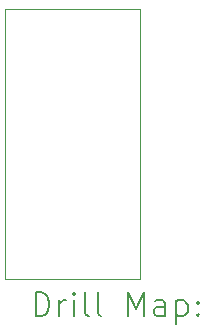
<source format=gbr>
%TF.GenerationSoftware,KiCad,Pcbnew,7.0.7-7.0.7~ubuntu22.04.1*%
%TF.CreationDate,2024-01-20T09:28:16-05:00*%
%TF.ProjectId,das_blinkenlights_v2,6461735f-626c-4696-9e6b-656e6c696768,rev?*%
%TF.SameCoordinates,Original*%
%TF.FileFunction,Drillmap*%
%TF.FilePolarity,Positive*%
%FSLAX45Y45*%
G04 Gerber Fmt 4.5, Leading zero omitted, Abs format (unit mm)*
G04 Created by KiCad (PCBNEW 7.0.7-7.0.7~ubuntu22.04.1) date 2024-01-20 09:28:16*
%MOMM*%
%LPD*%
G01*
G04 APERTURE LIST*
%ADD10C,0.100000*%
%ADD11C,0.200000*%
G04 APERTURE END LIST*
D10*
X12827000Y-9525000D02*
X13970000Y-9525000D01*
X12827000Y-11811000D02*
X12827000Y-9525000D01*
X13970000Y-11811000D02*
X12827000Y-11811000D01*
X13970000Y-9525000D02*
X13970000Y-11811000D01*
D11*
X13082777Y-12127484D02*
X13082777Y-11927484D01*
X13082777Y-11927484D02*
X13130396Y-11927484D01*
X13130396Y-11927484D02*
X13158967Y-11937008D01*
X13158967Y-11937008D02*
X13178015Y-11956055D01*
X13178015Y-11956055D02*
X13187539Y-11975103D01*
X13187539Y-11975103D02*
X13197062Y-12013198D01*
X13197062Y-12013198D02*
X13197062Y-12041769D01*
X13197062Y-12041769D02*
X13187539Y-12079865D01*
X13187539Y-12079865D02*
X13178015Y-12098912D01*
X13178015Y-12098912D02*
X13158967Y-12117960D01*
X13158967Y-12117960D02*
X13130396Y-12127484D01*
X13130396Y-12127484D02*
X13082777Y-12127484D01*
X13282777Y-12127484D02*
X13282777Y-11994150D01*
X13282777Y-12032246D02*
X13292301Y-12013198D01*
X13292301Y-12013198D02*
X13301824Y-12003674D01*
X13301824Y-12003674D02*
X13320872Y-11994150D01*
X13320872Y-11994150D02*
X13339920Y-11994150D01*
X13406586Y-12127484D02*
X13406586Y-11994150D01*
X13406586Y-11927484D02*
X13397062Y-11937008D01*
X13397062Y-11937008D02*
X13406586Y-11946531D01*
X13406586Y-11946531D02*
X13416110Y-11937008D01*
X13416110Y-11937008D02*
X13406586Y-11927484D01*
X13406586Y-11927484D02*
X13406586Y-11946531D01*
X13530396Y-12127484D02*
X13511348Y-12117960D01*
X13511348Y-12117960D02*
X13501824Y-12098912D01*
X13501824Y-12098912D02*
X13501824Y-11927484D01*
X13635158Y-12127484D02*
X13616110Y-12117960D01*
X13616110Y-12117960D02*
X13606586Y-12098912D01*
X13606586Y-12098912D02*
X13606586Y-11927484D01*
X13863729Y-12127484D02*
X13863729Y-11927484D01*
X13863729Y-11927484D02*
X13930396Y-12070341D01*
X13930396Y-12070341D02*
X13997062Y-11927484D01*
X13997062Y-11927484D02*
X13997062Y-12127484D01*
X14178015Y-12127484D02*
X14178015Y-12022722D01*
X14178015Y-12022722D02*
X14168491Y-12003674D01*
X14168491Y-12003674D02*
X14149443Y-11994150D01*
X14149443Y-11994150D02*
X14111348Y-11994150D01*
X14111348Y-11994150D02*
X14092301Y-12003674D01*
X14178015Y-12117960D02*
X14158967Y-12127484D01*
X14158967Y-12127484D02*
X14111348Y-12127484D01*
X14111348Y-12127484D02*
X14092301Y-12117960D01*
X14092301Y-12117960D02*
X14082777Y-12098912D01*
X14082777Y-12098912D02*
X14082777Y-12079865D01*
X14082777Y-12079865D02*
X14092301Y-12060817D01*
X14092301Y-12060817D02*
X14111348Y-12051293D01*
X14111348Y-12051293D02*
X14158967Y-12051293D01*
X14158967Y-12051293D02*
X14178015Y-12041769D01*
X14273253Y-11994150D02*
X14273253Y-12194150D01*
X14273253Y-12003674D02*
X14292301Y-11994150D01*
X14292301Y-11994150D02*
X14330396Y-11994150D01*
X14330396Y-11994150D02*
X14349443Y-12003674D01*
X14349443Y-12003674D02*
X14358967Y-12013198D01*
X14358967Y-12013198D02*
X14368491Y-12032246D01*
X14368491Y-12032246D02*
X14368491Y-12089388D01*
X14368491Y-12089388D02*
X14358967Y-12108436D01*
X14358967Y-12108436D02*
X14349443Y-12117960D01*
X14349443Y-12117960D02*
X14330396Y-12127484D01*
X14330396Y-12127484D02*
X14292301Y-12127484D01*
X14292301Y-12127484D02*
X14273253Y-12117960D01*
X14454205Y-12108436D02*
X14463729Y-12117960D01*
X14463729Y-12117960D02*
X14454205Y-12127484D01*
X14454205Y-12127484D02*
X14444682Y-12117960D01*
X14444682Y-12117960D02*
X14454205Y-12108436D01*
X14454205Y-12108436D02*
X14454205Y-12127484D01*
X14454205Y-12003674D02*
X14463729Y-12013198D01*
X14463729Y-12013198D02*
X14454205Y-12022722D01*
X14454205Y-12022722D02*
X14444682Y-12013198D01*
X14444682Y-12013198D02*
X14454205Y-12003674D01*
X14454205Y-12003674D02*
X14454205Y-12022722D01*
M02*

</source>
